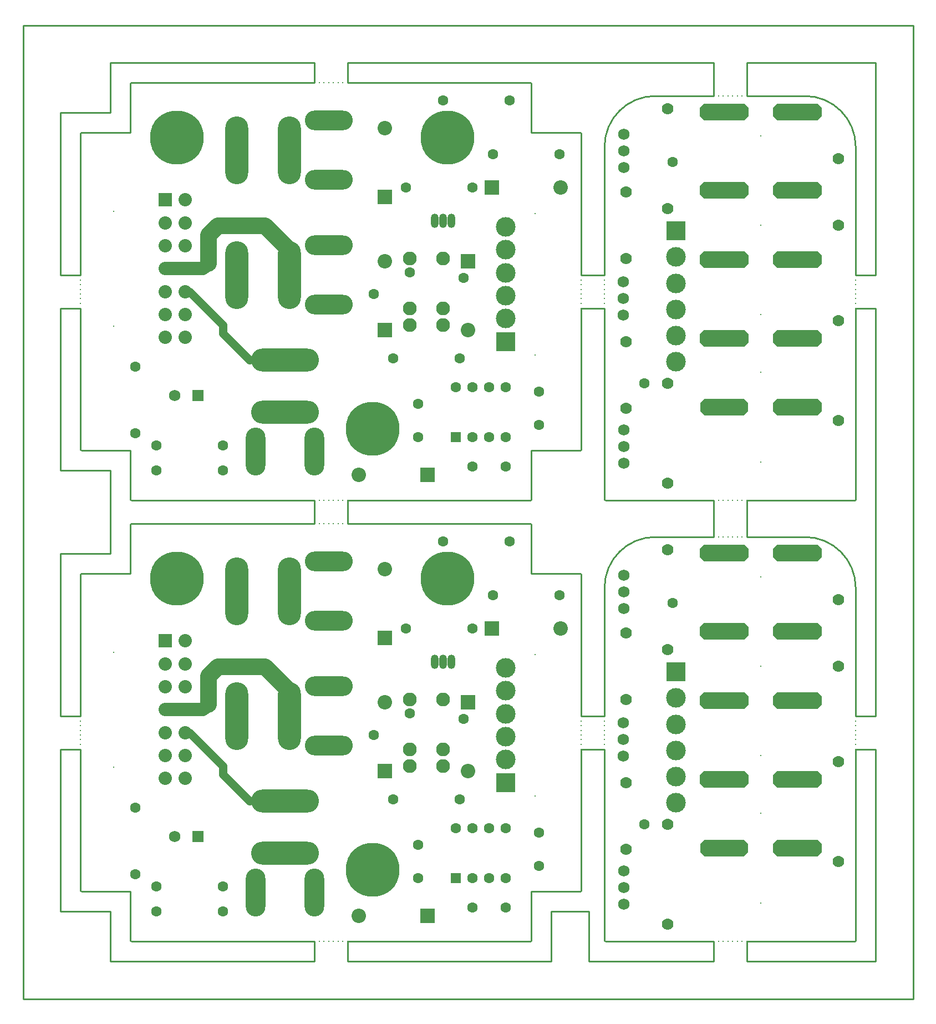
<source format=gts>
G04 Layer_Color=8388736*
%FSLAX25Y25*%
%MOIN*%
G70*
G01*
G75*
%ADD13C,0.08000*%
%ADD17C,0.01000*%
%ADD41C,0.10000*%
%ADD49C,0.05000*%
%ADD50C,0.00800*%
%ADD51C,0.06800*%
%ADD52C,0.11824*%
%ADD53R,0.11824X0.11824*%
%ADD54C,0.07000*%
G04:AMPARAMS|DCode=55|XSize=293mil|YSize=103mil|CornerRadius=0mil|HoleSize=0mil|Usage=FLASHONLY|Rotation=0.000|XOffset=0mil|YOffset=0mil|HoleType=Round|Shape=Octagon|*
%AMOCTAGOND55*
4,1,8,0.14650,-0.02575,0.14650,0.02575,0.12075,0.05150,-0.12075,0.05150,-0.14650,0.02575,-0.14650,-0.02575,-0.12075,-0.05150,0.12075,-0.05150,0.14650,-0.02575,0.0*
%
%ADD55OCTAGOND55*%

G04:AMPARAMS|DCode=56|XSize=288mil|YSize=103mil|CornerRadius=0mil|HoleSize=0mil|Usage=FLASHONLY|Rotation=180.000|XOffset=0mil|YOffset=0mil|HoleType=Round|Shape=Octagon|*
%AMOCTAGOND56*
4,1,8,-0.14400,0.02575,-0.14400,-0.02575,-0.11825,-0.05150,0.11825,-0.05150,0.14400,-0.02575,0.14400,0.02575,0.11825,0.05150,-0.11825,0.05150,-0.14400,0.02575,0.0*
%
%ADD56OCTAGOND56*%

%ADD57C,0.06300*%
%ADD58R,0.06300X0.06300*%
%ADD59C,0.06312*%
%ADD60O,0.04737X0.08674*%
%ADD61O,0.04737X0.08674*%
%ADD62C,0.08300*%
%ADD63O,0.40800X0.13800*%
%ADD64O,0.11800X0.28800*%
%ADD65O,0.13800X0.40800*%
%ADD66O,0.28800X0.11800*%
%ADD67R,0.08674X0.08674*%
%ADD68C,0.08674*%
%ADD69R,0.08674X0.08674*%
%ADD70R,0.06800X0.06800*%
%ADD71R,0.08000X0.08000*%
%ADD72C,0.08000*%
%ADD73C,0.32300*%
D13*
X97353Y438749D02*
X108249D01*
X111500Y442000D01*
X85542Y438749D02*
X97353D01*
Y173749D02*
X108249D01*
X111500Y177000D01*
X85542Y173749D02*
X97353D01*
D17*
X500000Y299500D02*
G03*
X500500Y300000I0J500D01*
G01*
X500000Y299500D02*
G03*
X500500Y300000I0J500D01*
G01*
X349500D02*
G03*
X350000Y299500I500J0D01*
G01*
X349500Y300000D02*
G03*
X350000Y299500I500J0D01*
G01*
X500500Y512000D02*
G03*
X470000Y542500I-30500J0D01*
G01*
X380000D02*
G03*
X349500Y512000I0J-30500D01*
G01*
X500000Y34500D02*
G03*
X500500Y35000I0J500D01*
G01*
X500000Y34500D02*
G03*
X500500Y35000I0J500D01*
G01*
X349500D02*
G03*
X350000Y34500I500J0D01*
G01*
X349500Y35000D02*
G03*
X350000Y34500I500J0D01*
G01*
X500500Y247000D02*
G03*
X470000Y277500I-30500J0D01*
G01*
X380000D02*
G03*
X349500Y247000I0J-30500D01*
G01*
X34500Y330000D02*
G03*
X35000Y329500I500J0D01*
G01*
X34500Y330000D02*
G03*
X35000Y329500I500J0D01*
G01*
X64500Y300000D02*
G03*
X65000Y299500I500J0D01*
G01*
X64500Y300000D02*
G03*
X65000Y299500I500J0D01*
G01*
X35000Y520500D02*
G03*
X34500Y520000I0J-500D01*
G01*
X35000Y520500D02*
G03*
X34500Y520000I0J-500D01*
G01*
X65000Y550500D02*
G03*
X64500Y550000I0J-500D01*
G01*
X65000Y550500D02*
G03*
X64500Y550000I0J-500D01*
G01*
X305000Y299500D02*
G03*
X305500Y300000I0J500D01*
G01*
X305000Y299500D02*
G03*
X305500Y300000I0J500D01*
G01*
X335000Y329500D02*
G03*
X335500Y330000I0J500D01*
G01*
X335000Y329500D02*
G03*
X335500Y330000I0J500D01*
G01*
X305500Y550000D02*
G03*
X305000Y550500I-500J0D01*
G01*
X305500Y550000D02*
G03*
X305000Y550500I-500J0D01*
G01*
X335500Y520000D02*
G03*
X335000Y520500I-500J0D01*
G01*
X335500Y520000D02*
G03*
X335000Y520500I-500J0D01*
G01*
X34500Y65000D02*
G03*
X35000Y64500I500J0D01*
G01*
X34500Y65000D02*
G03*
X35000Y64500I500J0D01*
G01*
X64500Y35000D02*
G03*
X65000Y34500I500J0D01*
G01*
X64500Y35000D02*
G03*
X65000Y34500I500J0D01*
G01*
X35000Y255500D02*
G03*
X34500Y255000I0J-500D01*
G01*
X35000Y255500D02*
G03*
X34500Y255000I0J-500D01*
G01*
X65000Y285500D02*
G03*
X64500Y285000I0J-500D01*
G01*
X65000Y285500D02*
G03*
X64500Y285000I0J-500D01*
G01*
X305000Y34500D02*
G03*
X305500Y35000I0J500D01*
G01*
X305000Y34500D02*
G03*
X305500Y35000I0J500D01*
G01*
X335000Y64500D02*
G03*
X335500Y65000I0J500D01*
G01*
X335000Y64500D02*
G03*
X335500Y65000I0J500D01*
G01*
X305500Y285000D02*
G03*
X305000Y285500I-500J0D01*
G01*
X305500Y285000D02*
G03*
X305000Y285500I-500J0D01*
G01*
X335500Y255000D02*
G03*
X335000Y255500I-500J0D01*
G01*
X335500Y255000D02*
G03*
X335000Y255500I-500J0D01*
G01*
X435000Y542500D02*
Y562500D01*
X415000Y542500D02*
Y562500D01*
X435000Y277500D02*
Y299500D01*
X415000Y277500D02*
Y299500D01*
X435000Y22500D02*
Y34500D01*
X415000Y22500D02*
Y34500D01*
X195000Y22500D02*
Y34500D01*
X175000Y22500D02*
Y34500D01*
X195000Y285500D02*
Y299500D01*
X175000Y285500D02*
Y299500D01*
X195000Y550500D02*
Y562500D01*
X175000Y550500D02*
Y562500D01*
X435000Y299500D02*
X500000D01*
X350000D02*
X415000D01*
X435000Y542500D02*
X470000D01*
X380000D02*
X415000D01*
X435000Y277500D02*
X470000D01*
X380000D02*
X415000D01*
X435000Y562500D02*
X512500D01*
X335000D02*
X415000D01*
X435000Y34500D02*
X500000D01*
X350000D02*
X415000D01*
X435000Y22500D02*
X512500D01*
X340000D02*
X415000D01*
X195000Y299500D02*
X305000D01*
X65000D02*
X175000D01*
X195000Y550500D02*
X305000D01*
X65000D02*
X175000D01*
X195000Y285500D02*
X305000D01*
X65000D02*
X175000D01*
X195000Y562500D02*
X317500D01*
X52500D02*
X175000D01*
X195000Y34500D02*
X305000D01*
X65000D02*
X175000D01*
X195000Y22500D02*
X317500D01*
X52500D02*
X175000D01*
X22500Y415000D02*
X34500D01*
X22500Y435000D02*
X34500D01*
X335500Y415000D02*
X349500D01*
X335500Y435000D02*
X349500D01*
X500500Y415000D02*
X512500D01*
X500500Y435000D02*
X512500D01*
X500500D02*
Y512000D01*
Y300000D02*
Y415000D01*
X349500Y435000D02*
Y512000D01*
Y300000D02*
Y415000D01*
X512500Y435000D02*
Y562500D01*
Y170000D02*
Y415000D01*
X335500Y435000D02*
Y520000D01*
Y330000D02*
Y415000D01*
X34500Y435000D02*
Y520000D01*
Y330000D02*
Y415000D01*
X22500Y435000D02*
Y532500D01*
Y317500D02*
Y415000D01*
X500500Y170000D02*
X512500D01*
X500500Y150000D02*
X512500D01*
X335500D02*
X349500D01*
X335500Y170000D02*
X349500D01*
X22500Y150000D02*
X34500D01*
X22500Y170000D02*
X34500D01*
X500500D02*
Y247000D01*
Y35000D02*
Y150000D01*
X349500Y170000D02*
Y247000D01*
Y35000D02*
Y150000D01*
X512500Y22500D02*
Y150000D01*
X335500Y170000D02*
Y255000D01*
Y65000D02*
Y150000D01*
X34500Y170000D02*
Y255000D01*
Y65000D02*
Y150000D01*
X22500Y170000D02*
Y267500D01*
Y52500D02*
Y150000D01*
X340000Y22500D02*
Y52500D01*
X317500Y562500D02*
X335000D01*
X52500Y532500D02*
Y562500D01*
X22500Y532500D02*
X52500D01*
X64500Y300000D02*
Y329500D01*
X35000D02*
X64500D01*
X35000Y520500D02*
X64500D01*
Y550000D01*
X305500Y300000D02*
Y329500D01*
X335000D01*
X305500Y520500D02*
Y550000D01*
Y520500D02*
X335000D01*
X64500Y35000D02*
Y64500D01*
X35000D02*
X64500D01*
X35000Y255500D02*
X64500D01*
Y285000D01*
X305500Y35000D02*
Y64500D01*
X335000D01*
X305500Y255500D02*
Y285000D01*
Y255500D02*
X335000D01*
X22500Y317500D02*
X52500D01*
Y267500D02*
Y317500D01*
X22500Y267500D02*
X52500D01*
X317500Y52500D02*
X340000D01*
X317500Y22500D02*
Y52500D01*
X52500Y22500D02*
Y52500D01*
X22500D02*
X52500D01*
X0Y0D02*
X535000D01*
Y585000D01*
X0D02*
X535000D01*
X0Y0D02*
Y585000D01*
D41*
X111500Y442000D02*
Y459000D01*
X117000Y464500D01*
X145500D01*
X160000Y450000D01*
Y435000D02*
Y450000D01*
X111500Y177000D02*
Y194000D01*
X117000Y199500D01*
X145500D01*
X160000Y185000D01*
Y170000D02*
Y185000D01*
D49*
X97353Y411190D02*
X98810D01*
X120000Y400000D02*
X136000Y384000D01*
X120000Y400000D02*
Y405000D01*
X116500Y408500D02*
X120000Y405000D01*
X100031Y424969D02*
X116500Y408500D01*
X97353Y424969D02*
X100031D01*
X97353Y146190D02*
X98810D01*
X120000Y135000D02*
X136000Y119000D01*
X120000Y135000D02*
Y140000D01*
X116500Y143500D02*
X120000Y140000D01*
X100031Y159969D02*
X116500Y143500D01*
X97353Y159969D02*
X100031D01*
D50*
X429300Y542500D02*
D03*
X432100D02*
D03*
X423700D02*
D03*
X426500D02*
D03*
X420900D02*
D03*
X418100D02*
D03*
X435200D02*
D03*
X415000D02*
D03*
X429300Y299500D02*
D03*
X432100D02*
D03*
X423700D02*
D03*
X426500D02*
D03*
X420900D02*
D03*
X418100D02*
D03*
X435200D02*
D03*
X415000D02*
D03*
X429300Y277500D02*
D03*
X432100D02*
D03*
X423700D02*
D03*
X426500D02*
D03*
X420900D02*
D03*
X418100D02*
D03*
X435200D02*
D03*
X415000D02*
D03*
X429300Y34500D02*
D03*
X432100D02*
D03*
X423700D02*
D03*
X426500D02*
D03*
X420900D02*
D03*
X418100D02*
D03*
X435200D02*
D03*
X415000D02*
D03*
X189300D02*
D03*
X192100D02*
D03*
X183700D02*
D03*
X186500D02*
D03*
X180900D02*
D03*
X178100D02*
D03*
X195200D02*
D03*
X175000D02*
D03*
X189300Y285500D02*
D03*
X192100D02*
D03*
X183700D02*
D03*
X186500D02*
D03*
X180900D02*
D03*
X178100D02*
D03*
X195200D02*
D03*
X175000D02*
D03*
X189300Y299500D02*
D03*
X192100D02*
D03*
X183700D02*
D03*
X186500D02*
D03*
X180900D02*
D03*
X178100D02*
D03*
X195200D02*
D03*
X175000D02*
D03*
X189300Y550500D02*
D03*
X192100D02*
D03*
X183700D02*
D03*
X186500D02*
D03*
X180900D02*
D03*
X178100D02*
D03*
X195200D02*
D03*
X175000D02*
D03*
X349500Y435000D02*
D03*
Y414800D02*
D03*
Y431900D02*
D03*
Y429100D02*
D03*
Y423500D02*
D03*
Y426300D02*
D03*
Y417900D02*
D03*
Y420700D02*
D03*
Y170000D02*
D03*
Y149800D02*
D03*
Y166900D02*
D03*
Y164100D02*
D03*
Y158500D02*
D03*
Y161300D02*
D03*
Y152900D02*
D03*
Y155700D02*
D03*
X500500Y170000D02*
D03*
Y149800D02*
D03*
Y166900D02*
D03*
Y164100D02*
D03*
Y158500D02*
D03*
Y161300D02*
D03*
Y152900D02*
D03*
Y155700D02*
D03*
Y435000D02*
D03*
Y414800D02*
D03*
Y431900D02*
D03*
Y429100D02*
D03*
Y423500D02*
D03*
Y426300D02*
D03*
Y417900D02*
D03*
Y420700D02*
D03*
X335500Y435000D02*
D03*
Y414800D02*
D03*
Y431900D02*
D03*
Y429100D02*
D03*
Y423500D02*
D03*
Y426300D02*
D03*
Y417900D02*
D03*
Y420700D02*
D03*
Y170000D02*
D03*
Y149800D02*
D03*
Y166900D02*
D03*
Y164100D02*
D03*
Y158500D02*
D03*
Y161300D02*
D03*
Y152900D02*
D03*
Y155700D02*
D03*
X34500Y435000D02*
D03*
Y414800D02*
D03*
Y431900D02*
D03*
Y429100D02*
D03*
Y423500D02*
D03*
Y426300D02*
D03*
Y417900D02*
D03*
Y420700D02*
D03*
Y155700D02*
D03*
Y152900D02*
D03*
Y161300D02*
D03*
Y158500D02*
D03*
Y164100D02*
D03*
Y166900D02*
D03*
Y149800D02*
D03*
Y170000D02*
D03*
X443350Y518550D02*
D03*
Y411250D02*
D03*
Y322650D02*
D03*
X443400Y376400D02*
D03*
Y465000D02*
D03*
X443350Y253550D02*
D03*
Y146250D02*
D03*
Y57650D02*
D03*
X443400Y111400D02*
D03*
Y200000D02*
D03*
X307717Y386870D02*
D03*
Y471909D02*
D03*
X54400Y473198D02*
D03*
Y404300D02*
D03*
X307717Y121870D02*
D03*
Y206909D02*
D03*
X54400Y208198D02*
D03*
Y139300D02*
D03*
D51*
X361000Y499600D02*
D03*
Y509600D02*
D03*
Y519600D02*
D03*
X360900Y410800D02*
D03*
Y420800D02*
D03*
Y430800D02*
D03*
X361000Y321900D02*
D03*
Y331900D02*
D03*
Y341900D02*
D03*
Y234600D02*
D03*
Y244600D02*
D03*
Y254600D02*
D03*
X360900Y145800D02*
D03*
Y155800D02*
D03*
Y165800D02*
D03*
X361000Y56900D02*
D03*
Y66900D02*
D03*
Y76900D02*
D03*
X91200Y362500D02*
D03*
Y97500D02*
D03*
D52*
X392500Y430000D02*
D03*
Y445748D02*
D03*
Y382756D02*
D03*
Y398504D02*
D03*
Y414252D02*
D03*
Y165000D02*
D03*
Y180748D02*
D03*
Y117756D02*
D03*
Y133504D02*
D03*
Y149252D02*
D03*
X290000Y408720D02*
D03*
Y422500D02*
D03*
Y436280D02*
D03*
Y450059D02*
D03*
Y463839D02*
D03*
Y143720D02*
D03*
Y157500D02*
D03*
Y171280D02*
D03*
Y185059D02*
D03*
Y198839D02*
D03*
D53*
X392500Y461496D02*
D03*
Y196496D02*
D03*
X290000Y394941D02*
D03*
Y129941D02*
D03*
D54*
X490000Y465000D02*
D03*
Y505000D02*
D03*
X387500Y475000D02*
D03*
Y535000D02*
D03*
X362500Y485000D02*
D03*
Y445000D02*
D03*
X387500Y310000D02*
D03*
Y370000D02*
D03*
X362500Y395000D02*
D03*
Y355000D02*
D03*
X490000Y407500D02*
D03*
Y347500D02*
D03*
Y200000D02*
D03*
Y240000D02*
D03*
X387500Y210000D02*
D03*
Y270000D02*
D03*
X362500Y220000D02*
D03*
Y180000D02*
D03*
X387500Y45000D02*
D03*
Y105000D02*
D03*
X362500Y130000D02*
D03*
Y90000D02*
D03*
X490000Y142500D02*
D03*
Y82500D02*
D03*
D55*
X421300Y532900D02*
D03*
X465400D02*
D03*
X421300Y485700D02*
D03*
X465400D02*
D03*
X421300Y444100D02*
D03*
X465400D02*
D03*
X421300Y396900D02*
D03*
X465400D02*
D03*
Y355500D02*
D03*
X421300Y267900D02*
D03*
X465400D02*
D03*
X421300Y220700D02*
D03*
X465400D02*
D03*
X421300Y179100D02*
D03*
X465400D02*
D03*
X421300Y131900D02*
D03*
X465400D02*
D03*
Y90500D02*
D03*
D56*
X421300Y355500D02*
D03*
Y90500D02*
D03*
D57*
X290000Y367500D02*
D03*
X280000D02*
D03*
X270000D02*
D03*
X260000D02*
D03*
X290000Y337500D02*
D03*
X280000D02*
D03*
X270000D02*
D03*
X310000Y345000D02*
D03*
Y365000D02*
D03*
X290000Y320000D02*
D03*
X270000D02*
D03*
X237500Y337500D02*
D03*
Y357500D02*
D03*
X290000Y102500D02*
D03*
X280000D02*
D03*
X270000D02*
D03*
X260000D02*
D03*
X290000Y72500D02*
D03*
X280000D02*
D03*
X270000D02*
D03*
X310000Y80000D02*
D03*
Y100000D02*
D03*
X290000Y55000D02*
D03*
X270000D02*
D03*
X237500Y72500D02*
D03*
Y92500D02*
D03*
X390400Y502800D02*
D03*
X373300Y370000D02*
D03*
X390400Y237800D02*
D03*
X373300Y105000D02*
D03*
X264900Y433100D02*
D03*
X210800Y423600D02*
D03*
X232500Y436500D02*
D03*
X264900Y168100D02*
D03*
X210800Y158600D02*
D03*
X232500Y171500D02*
D03*
D58*
X260000Y337500D02*
D03*
Y72500D02*
D03*
D59*
X292500Y540000D02*
D03*
X252500D02*
D03*
X80000Y317500D02*
D03*
X120000D02*
D03*
X67500Y340000D02*
D03*
Y380000D02*
D03*
X322500Y507500D02*
D03*
X282500D02*
D03*
X222500Y385000D02*
D03*
X262500D02*
D03*
X230000Y487500D02*
D03*
X270000D02*
D03*
X120000Y332500D02*
D03*
X80000D02*
D03*
X292500Y275000D02*
D03*
X252500D02*
D03*
X80000Y52500D02*
D03*
X120000D02*
D03*
X67500Y75000D02*
D03*
Y115000D02*
D03*
X322500Y242500D02*
D03*
X282500D02*
D03*
X222500Y120000D02*
D03*
X262500D02*
D03*
X230000Y222500D02*
D03*
X270000D02*
D03*
X120000Y67500D02*
D03*
X80000D02*
D03*
D60*
X247500Y467500D02*
D03*
Y202500D02*
D03*
D61*
X252500Y467500D02*
D03*
X257500D02*
D03*
X252500Y202500D02*
D03*
X257500D02*
D03*
D62*
X252500Y405000D02*
D03*
Y415000D02*
D03*
X232500D02*
D03*
Y405000D02*
D03*
Y445000D02*
D03*
X252500D02*
D03*
Y140000D02*
D03*
Y150000D02*
D03*
X232500D02*
D03*
Y140000D02*
D03*
Y180000D02*
D03*
X252500D02*
D03*
D63*
X157500Y384000D02*
D03*
Y352500D02*
D03*
Y119000D02*
D03*
Y87500D02*
D03*
D64*
X139800Y328900D02*
D03*
X175200D02*
D03*
X139800Y63900D02*
D03*
X175200D02*
D03*
D65*
X128500Y435000D02*
D03*
X160000D02*
D03*
X128500Y510000D02*
D03*
X160000D02*
D03*
X128500Y170000D02*
D03*
X160000D02*
D03*
X128500Y245000D02*
D03*
X160000D02*
D03*
D66*
X183600Y417300D02*
D03*
Y452700D02*
D03*
Y492300D02*
D03*
Y527700D02*
D03*
Y152300D02*
D03*
Y187700D02*
D03*
Y227300D02*
D03*
Y262700D02*
D03*
D67*
X243091Y315000D02*
D03*
X281909Y487500D02*
D03*
X243091Y50000D02*
D03*
X281909Y222500D02*
D03*
D68*
X201909Y315000D02*
D03*
X267500Y401909D02*
D03*
X217500Y443091D02*
D03*
X323091Y487500D02*
D03*
X217500Y523091D02*
D03*
X201909Y50000D02*
D03*
X267500Y136909D02*
D03*
X217500Y178091D02*
D03*
X323091Y222500D02*
D03*
X217500Y258091D02*
D03*
D69*
X267500Y443091D02*
D03*
X217500Y401909D02*
D03*
Y481909D02*
D03*
X267500Y178091D02*
D03*
X217500Y136909D02*
D03*
Y216909D02*
D03*
D70*
X105000Y362500D02*
D03*
Y97500D02*
D03*
D71*
X85542Y480087D02*
D03*
Y215087D02*
D03*
D72*
X97353Y480087D02*
D03*
X85542Y466308D02*
D03*
X97353D02*
D03*
X85542Y452528D02*
D03*
X97353D02*
D03*
X85542Y438749D02*
D03*
X97353D02*
D03*
X85542Y424969D02*
D03*
X97353D02*
D03*
X85542Y411190D02*
D03*
X97353D02*
D03*
X85542Y397410D02*
D03*
X97353D02*
D03*
Y215087D02*
D03*
X85542Y201308D02*
D03*
X97353D02*
D03*
X85542Y187528D02*
D03*
X97353D02*
D03*
X85542Y173749D02*
D03*
X97353D02*
D03*
X85542Y159969D02*
D03*
X97353D02*
D03*
X85542Y146190D02*
D03*
X97353D02*
D03*
X85542Y132410D02*
D03*
X97353D02*
D03*
D73*
X92500Y517500D02*
D03*
X255000D02*
D03*
X210000Y342500D02*
D03*
X92500Y252500D02*
D03*
X255000D02*
D03*
X210000Y77500D02*
D03*
M02*

</source>
